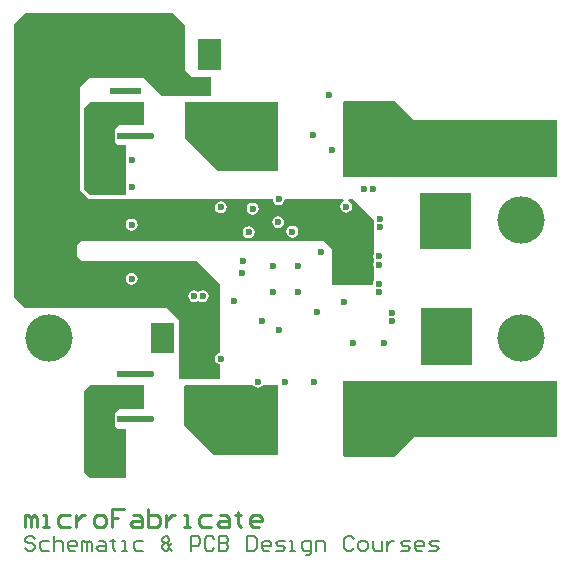
<source format=gtl>
G04*
G04 #@! TF.GenerationSoftware,Altium Limited,Altium Designer,18.0.12 (696)*
G04*
G04 Layer_Physical_Order=1*
G04 Layer_Color=255*
%FSLAX25Y25*%
%MOIN*%
G70*
G01*
G75*
%ADD10C,0.00787*%
%ADD11C,0.01000*%
%ADD12R,0.08268X0.02362*%
%ADD13R,0.15158X0.21654*%
%ADD14R,0.03543X0.09843*%
%ADD15R,0.10039X0.14764*%
%ADD23C,0.01968*%
%ADD24C,0.15748*%
%ADD25C,0.02362*%
G36*
X77165Y168110D02*
X77165Y168110D01*
X69291D01*
Y178347D01*
X77165D01*
Y168110D01*
D02*
G37*
G36*
X64961Y183071D02*
X64961Y168110D01*
X67323Y165748D01*
X73779D01*
Y159449D01*
X57087Y159449D01*
X51181Y165354D01*
X33071Y165354D01*
X29921Y162205D01*
X29921Y127953D01*
X32756Y125118D01*
X94156Y125118D01*
X94253Y125000D01*
X94406Y124232D01*
X94841Y123581D01*
X95492Y123146D01*
X96260Y122993D01*
X97028Y123146D01*
X97679Y123581D01*
X98114Y124232D01*
X98267Y125000D01*
X98364Y125118D01*
X117835Y125118D01*
X117933Y124335D01*
X117282Y123899D01*
X116847Y123248D01*
X116694Y122480D01*
X116847Y121712D01*
X117282Y121061D01*
X117933Y120626D01*
X118701Y120473D01*
X119469Y120626D01*
X120120Y121061D01*
X120555Y121712D01*
X120708Y122480D01*
X120555Y123248D01*
X120120Y123899D01*
X119469Y124335D01*
X119566Y125118D01*
X120945D01*
X127953Y118110D01*
Y115942D01*
X127914Y115748D01*
X127953Y115554D01*
Y106797D01*
X127870Y106674D01*
X127717Y105905D01*
X127870Y105137D01*
X127953Y105014D01*
Y104041D01*
X127870Y103918D01*
X127717Y103150D01*
X127870Y102382D01*
X127953Y102258D01*
Y98037D01*
X127673Y97619D01*
X127521Y96850D01*
X127197Y96457D01*
X114173D01*
X114173Y108268D01*
X111417Y111024D01*
X30607D01*
X29134Y109824D01*
X29134Y105905D01*
X30709Y104331D01*
X68898Y104331D01*
X76772Y96457D01*
Y73818D01*
X76200Y73705D01*
X75549Y73270D01*
X75114Y72619D01*
X74961Y71850D01*
X75114Y71082D01*
X75549Y70431D01*
X76200Y69996D01*
X76772Y69883D01*
Y64961D01*
X62992D01*
Y84646D01*
X59055Y88583D01*
X11811Y88583D01*
X7874Y92520D01*
Y183071D01*
X11811Y187008D01*
X61024Y187008D01*
X64961Y183071D01*
D02*
G37*
G36*
X95906Y134331D02*
X95873Y134252D01*
X75906D01*
X65000Y145158D01*
X65039Y145197D01*
Y157307D01*
X65079Y157323D01*
X95906D01*
Y134331D01*
D02*
G37*
G36*
X141457Y151260D02*
X188898Y151260D01*
X188898Y132520D01*
X117677Y132520D01*
Y157298D01*
X117874Y157717D01*
X135000D01*
X141457Y151260D01*
D02*
G37*
G36*
X51181Y149606D02*
X42913Y149606D01*
X41535Y148228D01*
Y148012D01*
X41535D01*
Y146785D01*
X41535Y143898D01*
X42520Y142913D01*
X45236Y142913D01*
X45236Y126535D01*
X33504Y126535D01*
X31496Y128543D01*
X31496Y155512D01*
X33465Y157480D01*
X51181D01*
Y149606D01*
D02*
G37*
G36*
X160236Y108268D02*
X143307D01*
Y127165D01*
X160236D01*
Y108268D01*
D02*
G37*
G36*
X61417Y73622D02*
X53543D01*
Y83858D01*
X53543Y83858D01*
X61417D01*
Y73622D01*
D02*
G37*
G36*
X160630Y69685D02*
X143701D01*
Y88583D01*
X160630D01*
Y69685D01*
D02*
G37*
G36*
X96024Y40294D02*
X95906Y39843D01*
X74567D01*
X64842Y49567D01*
Y62835D01*
X64882Y62953D01*
X64921Y62992D01*
X87792D01*
X87951Y62754D01*
X88602Y62319D01*
X89370Y62166D01*
X90138Y62319D01*
X90789Y62754D01*
X90948Y62992D01*
X96024D01*
Y40294D01*
D02*
G37*
G36*
X188898Y45591D02*
X141457Y45590D01*
X135000Y39134D01*
X117874D01*
X117677Y39552D01*
Y64331D01*
X188898Y64331D01*
X188898Y45591D01*
D02*
G37*
G36*
X51181Y55118D02*
X42913Y55118D01*
X41535Y53740D01*
Y53524D01*
X41535D01*
Y52297D01*
X41535Y49409D01*
X42520Y48425D01*
X45236Y48425D01*
X45236Y32047D01*
X33504Y32047D01*
X31496Y34055D01*
X31496Y61024D01*
X33465Y62992D01*
X51181D01*
Y55118D01*
D02*
G37*
%LPC*%
G36*
X76968Y124251D02*
X76200Y124098D01*
X75549Y123663D01*
X75114Y123012D01*
X74961Y122244D01*
X75114Y121476D01*
X75549Y120825D01*
X76200Y120390D01*
X76968Y120237D01*
X77737Y120390D01*
X78388Y120825D01*
X78823Y121476D01*
X78976Y122244D01*
X78823Y123012D01*
X78388Y123663D01*
X77737Y124098D01*
X76968Y124251D01*
D02*
G37*
G36*
X87520Y123818D02*
X86752Y123665D01*
X86101Y123230D01*
X85665Y122579D01*
X85513Y121811D01*
X85665Y121043D01*
X86101Y120392D01*
X86752Y119957D01*
X87520Y119804D01*
X88288Y119957D01*
X88939Y120392D01*
X89374Y121043D01*
X89527Y121811D01*
X89374Y122579D01*
X88939Y123230D01*
X88288Y123665D01*
X87520Y123818D01*
D02*
G37*
G36*
X96063Y119330D02*
X95295Y119177D01*
X94644Y118742D01*
X94209Y118091D01*
X94056Y117323D01*
X94209Y116555D01*
X94644Y115904D01*
X95295Y115469D01*
X96063Y115316D01*
X96831Y115469D01*
X97482Y115904D01*
X97917Y116555D01*
X98070Y117323D01*
X97917Y118091D01*
X97482Y118742D01*
X96831Y119177D01*
X96063Y119330D01*
D02*
G37*
G36*
X47244Y118543D02*
X46476Y118390D01*
X45825Y117955D01*
X45390Y117304D01*
X45237Y116535D01*
X45390Y115767D01*
X45825Y115116D01*
X46476Y114681D01*
X47244Y114528D01*
X48012Y114681D01*
X48663Y115116D01*
X49098Y115767D01*
X49251Y116535D01*
X49098Y117304D01*
X48663Y117955D01*
X48012Y118390D01*
X47244Y118543D01*
D02*
G37*
G36*
X100787Y116180D02*
X100019Y116027D01*
X99368Y115592D01*
X98933Y114941D01*
X98780Y114173D01*
X98933Y113405D01*
X99368Y112754D01*
X100019Y112319D01*
X100787Y112166D01*
X101556Y112319D01*
X102207Y112754D01*
X102642Y113405D01*
X102795Y114173D01*
X102642Y114941D01*
X102207Y115592D01*
X101556Y116027D01*
X100787Y116180D01*
D02*
G37*
G36*
X86221Y115944D02*
X85452Y115791D01*
X84801Y115356D01*
X84366Y114705D01*
X84213Y113937D01*
X84366Y113169D01*
X84801Y112518D01*
X85452Y112083D01*
X86221Y111930D01*
X86989Y112083D01*
X87640Y112518D01*
X88075Y113169D01*
X88227Y113937D01*
X88075Y114705D01*
X87640Y115356D01*
X86989Y115791D01*
X86221Y115944D01*
D02*
G37*
G36*
X47244Y100432D02*
X46476Y100279D01*
X45825Y99844D01*
X45390Y99193D01*
X45237Y98425D01*
X45390Y97657D01*
X45825Y97006D01*
X46476Y96571D01*
X47244Y96418D01*
X48012Y96571D01*
X48663Y97006D01*
X49098Y97657D01*
X49251Y98425D01*
X49098Y99193D01*
X48663Y99844D01*
X48012Y100279D01*
X47244Y100432D01*
D02*
G37*
G36*
X70866Y94684D02*
X70098Y94531D01*
X69488Y94124D01*
X68878Y94531D01*
X68110Y94684D01*
X67342Y94531D01*
X66691Y94096D01*
X66256Y93445D01*
X66103Y92677D01*
X66256Y91909D01*
X66691Y91258D01*
X67342Y90823D01*
X68110Y90670D01*
X68878Y90823D01*
X69488Y91230D01*
X70098Y90823D01*
X70866Y90670D01*
X71634Y90823D01*
X72285Y91258D01*
X72720Y91909D01*
X72873Y92677D01*
X72720Y93445D01*
X72285Y94096D01*
X71634Y94531D01*
X70866Y94684D01*
D02*
G37*
%LPD*%
D10*
X14960Y11810D02*
X14173Y12597D01*
X12598D01*
X11811Y11810D01*
Y11023D01*
X12598Y10236D01*
X14173D01*
X14960Y9448D01*
Y8661D01*
X14173Y7874D01*
X12598D01*
X11811Y8661D01*
X19682Y11023D02*
X17321D01*
X16534Y10236D01*
Y8661D01*
X17321Y7874D01*
X19682D01*
X21257Y12597D02*
Y7874D01*
Y10236D01*
X22044Y11023D01*
X23618D01*
X24405Y10236D01*
Y7874D01*
X28341D02*
X26767D01*
X25980Y8661D01*
Y10236D01*
X26767Y11023D01*
X28341D01*
X29128Y10236D01*
Y9448D01*
X25980D01*
X30702Y7874D02*
Y11023D01*
X31490D01*
X32277Y10236D01*
Y7874D01*
Y10236D01*
X33064Y11023D01*
X33851Y10236D01*
Y7874D01*
X36213Y11023D02*
X37787D01*
X38574Y10236D01*
Y7874D01*
X36213D01*
X35425Y8661D01*
X36213Y9448D01*
X38574D01*
X40935Y11810D02*
Y11023D01*
X40148D01*
X41723D01*
X40935D01*
Y8661D01*
X41723Y7874D01*
X44084D02*
X45658D01*
X44871D01*
Y11023D01*
X44084D01*
X51168D02*
X48807D01*
X48020Y10236D01*
Y8661D01*
X48807Y7874D01*
X51168D01*
X60614D02*
X59827Y8661D01*
X59040Y7874D01*
X58253D01*
X57465Y8661D01*
Y9448D01*
X58253Y10236D01*
X57465Y11023D01*
Y11810D01*
X58253Y12597D01*
X59040D01*
X59827Y11810D01*
Y11023D01*
X59040Y10236D01*
X59827Y9448D01*
Y8661D01*
X60614Y10236D02*
X59827Y9448D01*
X58253Y10236D02*
X59040D01*
X66911Y7874D02*
Y12597D01*
X69273D01*
X70060Y11810D01*
Y10236D01*
X69273Y9448D01*
X66911D01*
X74783Y11810D02*
X73996Y12597D01*
X72421D01*
X71634Y11810D01*
Y8661D01*
X72421Y7874D01*
X73996D01*
X74783Y8661D01*
X76357Y12597D02*
Y7874D01*
X78719D01*
X79506Y8661D01*
Y9448D01*
X78719Y10236D01*
X76357D01*
X78719D01*
X79506Y11023D01*
Y11810D01*
X78719Y12597D01*
X76357D01*
X85803D02*
Y7874D01*
X88164D01*
X88951Y8661D01*
Y11810D01*
X88164Y12597D01*
X85803D01*
X92887Y7874D02*
X91313D01*
X90526Y8661D01*
Y10236D01*
X91313Y11023D01*
X92887D01*
X93674Y10236D01*
Y9448D01*
X90526D01*
X95249Y7874D02*
X97610D01*
X98397Y8661D01*
X97610Y9448D01*
X96036D01*
X95249Y10236D01*
X96036Y11023D01*
X98397D01*
X99971Y7874D02*
X101546D01*
X100759D01*
Y11023D01*
X99971D01*
X105482Y6300D02*
X106269D01*
X107056Y7087D01*
Y11023D01*
X104694D01*
X103907Y10236D01*
Y8661D01*
X104694Y7874D01*
X107056D01*
X108630D02*
Y11023D01*
X110992D01*
X111779Y10236D01*
Y7874D01*
X121224Y11810D02*
X120437Y12597D01*
X118863D01*
X118076Y11810D01*
Y8661D01*
X118863Y7874D01*
X120437D01*
X121224Y8661D01*
X123586Y7874D02*
X125160D01*
X125947Y8661D01*
Y10236D01*
X125160Y11023D01*
X123586D01*
X122799Y10236D01*
Y8661D01*
X123586Y7874D01*
X127522Y11023D02*
Y8661D01*
X128309Y7874D01*
X130670D01*
Y11023D01*
X132245D02*
Y7874D01*
Y9448D01*
X133032Y10236D01*
X133819Y11023D01*
X134606D01*
X136967Y7874D02*
X139329D01*
X140116Y8661D01*
X139329Y9448D01*
X137754D01*
X136967Y10236D01*
X137754Y11023D01*
X140116D01*
X144052Y7874D02*
X142477D01*
X141690Y8661D01*
Y10236D01*
X142477Y11023D01*
X144052D01*
X144839Y10236D01*
Y9448D01*
X141690D01*
X146413Y7874D02*
X148775D01*
X149562Y8661D01*
X148775Y9448D01*
X147200D01*
X146413Y10236D01*
X147200Y11023D01*
X149562D01*
D11*
X11811Y15748D02*
Y19747D01*
X12811D01*
X13810Y18747D01*
Y15748D01*
Y18747D01*
X14810Y19747D01*
X15810Y18747D01*
Y15748D01*
X17809D02*
X19808D01*
X18809D01*
Y19747D01*
X17809D01*
X26806D02*
X23807D01*
X22807Y18747D01*
Y16748D01*
X23807Y15748D01*
X26806D01*
X28806Y19747D02*
Y15748D01*
Y17747D01*
X29805Y18747D01*
X30805Y19747D01*
X31805D01*
X35803Y15748D02*
X37803D01*
X38802Y16748D01*
Y18747D01*
X37803Y19747D01*
X35803D01*
X34804Y18747D01*
Y16748D01*
X35803Y15748D01*
X44800Y21746D02*
X40802D01*
Y18747D01*
X42801D01*
X40802D01*
Y15748D01*
X47799Y19747D02*
X49799D01*
X50798Y18747D01*
Y15748D01*
X47799D01*
X46800Y16748D01*
X47799Y17747D01*
X50798D01*
X52798Y21746D02*
Y15748D01*
X55797D01*
X56796Y16748D01*
Y17747D01*
Y18747D01*
X55797Y19747D01*
X52798D01*
X58796D02*
Y15748D01*
Y17747D01*
X59795Y18747D01*
X60795Y19747D01*
X61795D01*
X64794Y15748D02*
X66793D01*
X65794D01*
Y19747D01*
X64794D01*
X73791D02*
X70792D01*
X69792Y18747D01*
Y16748D01*
X70792Y15748D01*
X73791D01*
X76790Y19747D02*
X78789D01*
X79789Y18747D01*
Y15748D01*
X76790D01*
X75790Y16748D01*
X76790Y17747D01*
X79789D01*
X82788Y20746D02*
Y19747D01*
X81788D01*
X83788D01*
X82788D01*
Y16748D01*
X83788Y15748D01*
X89786D02*
X87786D01*
X86787Y16748D01*
Y18747D01*
X87786Y19747D01*
X89786D01*
X90785Y18747D01*
Y17747D01*
X86787D01*
D12*
X46457Y66555D02*
D03*
Y61555D02*
D03*
Y56555D02*
D03*
Y51555D02*
D03*
X69291Y66555D02*
D03*
Y61555D02*
D03*
Y56555D02*
D03*
Y51555D02*
D03*
Y146043D02*
D03*
Y151043D02*
D03*
Y156043D02*
D03*
Y161043D02*
D03*
X46457Y146043D02*
D03*
Y151043D02*
D03*
Y156043D02*
D03*
Y161043D02*
D03*
D13*
X127067Y51181D02*
D03*
X87894D02*
D03*
X87894Y145669D02*
D03*
X127067D02*
D03*
D14*
X71457Y78740D02*
D03*
X59252D02*
D03*
Y173228D02*
D03*
X71457D02*
D03*
D15*
X151969Y56299D02*
D03*
Y77559D02*
D03*
Y140551D02*
D03*
Y119291D02*
D03*
D23*
X40945Y161024D02*
X48142D01*
X47630Y160945D02*
X47827Y161142D01*
X47925Y161043D01*
Y51555D02*
X53524D01*
X47925Y66555D02*
X53524D01*
X47925Y146043D02*
X53524D01*
D24*
X19685Y118110D02*
D03*
Y78740D02*
D03*
X177165Y55118D02*
D03*
Y141732D02*
D03*
Y78740D02*
D03*
Y118110D02*
D03*
D25*
X40945Y161024D02*
D03*
X151772Y149724D02*
D03*
X40945Y61024D02*
D03*
Y57087D02*
D03*
X37402D02*
D03*
X33465Y61024D02*
D03*
Y53150D02*
D03*
X37402Y49213D02*
D03*
X41339Y45276D02*
D03*
X33465D02*
D03*
X37402Y41339D02*
D03*
X41339Y37402D02*
D03*
X33465D02*
D03*
X37402Y33465D02*
D03*
X43307D02*
D03*
Y41339D02*
D03*
Y135827D02*
D03*
Y127953D02*
D03*
X37402D02*
D03*
X33465Y131890D02*
D03*
X41339D02*
D03*
X37402Y135827D02*
D03*
X33465Y139764D02*
D03*
X41339D02*
D03*
X37402Y143701D02*
D03*
X33465Y147638D02*
D03*
Y155512D02*
D03*
X37402Y151575D02*
D03*
X68110Y92677D02*
D03*
X70866D02*
D03*
X133858Y87008D02*
D03*
Y84252D02*
D03*
X129528Y96850D02*
D03*
Y94095D02*
D03*
X129724Y105905D02*
D03*
Y103150D02*
D03*
X129921Y115748D02*
D03*
X127559Y128347D02*
D03*
X148425Y87008D02*
D03*
X145276Y72835D02*
D03*
Y82677D02*
D03*
X155118Y87008D02*
D03*
X158661Y82284D02*
D03*
Y72835D02*
D03*
X145276Y124016D02*
D03*
Y114567D02*
D03*
X148819Y109843D02*
D03*
X158661Y114173D02*
D03*
Y124016D02*
D03*
X55118Y78740D02*
D03*
Y75197D02*
D03*
Y82284D02*
D03*
X75590Y169685D02*
D03*
Y176772D02*
D03*
X100787Y114173D02*
D03*
X84252Y104488D02*
D03*
X86221Y113937D02*
D03*
X96063Y117323D02*
D03*
X45276Y112205D02*
D03*
X110433Y107362D02*
D03*
X113976Y141378D02*
D03*
X107638Y146260D02*
D03*
X152165Y46772D02*
D03*
X122008Y99685D02*
D03*
X81496Y91063D02*
D03*
X94370Y102677D02*
D03*
X87520Y121811D02*
D03*
X90669Y84449D02*
D03*
X76772Y146043D02*
D03*
X74803Y51555D02*
D03*
X53524D02*
D03*
Y66555D02*
D03*
Y146043D02*
D03*
X155512Y109843D02*
D03*
X75590Y173228D02*
D03*
X40945Y151575D02*
D03*
Y155512D02*
D03*
X94370Y93898D02*
D03*
X102717D02*
D03*
Y102677D02*
D03*
X112992Y159843D02*
D03*
X96260Y125000D02*
D03*
X124803Y128347D02*
D03*
X129921Y118504D02*
D03*
X131299Y76968D02*
D03*
X98425Y64173D02*
D03*
X118701Y122480D02*
D03*
X107874Y64173D02*
D03*
X89370D02*
D03*
X47244Y116535D02*
D03*
X47244Y129134D02*
D03*
Y138189D02*
D03*
X76968Y122244D02*
D03*
X47244Y98425D02*
D03*
X117913Y90591D02*
D03*
X109055Y87402D02*
D03*
X121063Y76968D02*
D03*
X96260Y81299D02*
D03*
X76968Y71850D02*
D03*
X83976Y100472D02*
D03*
M02*

</source>
